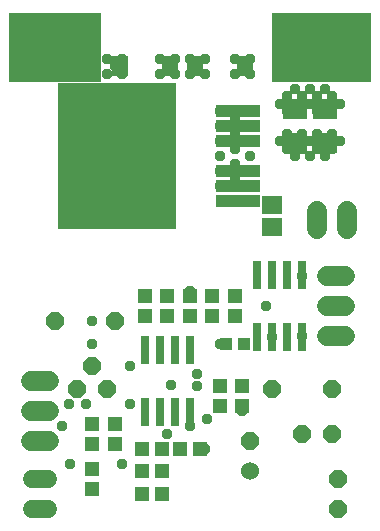
<source format=gbr>
G04 EAGLE Gerber RS-274X export*
G75*
%MOMM*%
%FSLAX34Y34*%
%LPD*%
%INSoldermask Top*%
%IPPOS*%
%AMOC8*
5,1,8,0,0,1.08239X$1,22.5*%
G01*
%ADD10P,1.649562X8X202.500000*%
%ADD11R,0.803200X2.403200*%
%ADD12P,1.649562X8X22.500000*%
%ADD13R,1.203200X1.303200*%
%ADD14R,1.303200X1.203200*%
%ADD15C,1.524000*%
%ADD16P,1.649562X8X112.500000*%
%ADD17C,1.524000*%
%ADD18P,1.649562X8X292.500000*%
%ADD19C,1.727200*%
%ADD20R,1.003200X1.003200*%
%ADD21R,1.803200X1.503200*%
%ADD22R,1.473200X1.673200*%
%ADD23R,2.006200X1.803200*%
%ADD24R,3.703200X1.003200*%
%ADD25R,9.953200X12.403200*%
%ADD26C,0.959600*%

G36*
X304820Y380242D02*
X304820Y380242D01*
X304839Y380240D01*
X304941Y380262D01*
X305043Y380279D01*
X305060Y380288D01*
X305080Y380292D01*
X305169Y380345D01*
X305260Y380394D01*
X305274Y380408D01*
X305291Y380418D01*
X305358Y380497D01*
X305430Y380572D01*
X305438Y380590D01*
X305451Y380605D01*
X305490Y380701D01*
X305533Y380795D01*
X305535Y380815D01*
X305543Y380833D01*
X305561Y381000D01*
X305561Y438150D01*
X305558Y438170D01*
X305560Y438189D01*
X305538Y438291D01*
X305522Y438393D01*
X305512Y438410D01*
X305508Y438430D01*
X305455Y438519D01*
X305406Y438610D01*
X305392Y438624D01*
X305382Y438641D01*
X305303Y438708D01*
X305228Y438780D01*
X305210Y438788D01*
X305195Y438801D01*
X305099Y438840D01*
X305005Y438883D01*
X304985Y438885D01*
X304967Y438893D01*
X304800Y438911D01*
X222250Y438911D01*
X222230Y438908D01*
X222211Y438910D01*
X222109Y438888D01*
X222007Y438872D01*
X221990Y438862D01*
X221970Y438858D01*
X221881Y438805D01*
X221790Y438756D01*
X221776Y438742D01*
X221759Y438732D01*
X221692Y438653D01*
X221621Y438578D01*
X221612Y438560D01*
X221599Y438545D01*
X221560Y438449D01*
X221517Y438355D01*
X221515Y438335D01*
X221507Y438317D01*
X221489Y438150D01*
X221489Y381000D01*
X221492Y380980D01*
X221490Y380961D01*
X221512Y380859D01*
X221529Y380757D01*
X221538Y380740D01*
X221542Y380720D01*
X221595Y380631D01*
X221644Y380540D01*
X221658Y380526D01*
X221668Y380509D01*
X221747Y380442D01*
X221822Y380371D01*
X221840Y380362D01*
X221855Y380349D01*
X221951Y380310D01*
X222045Y380267D01*
X222065Y380265D01*
X222083Y380257D01*
X222250Y380239D01*
X304800Y380239D01*
X304820Y380242D01*
G37*
G36*
X76220Y380242D02*
X76220Y380242D01*
X76239Y380240D01*
X76341Y380262D01*
X76443Y380279D01*
X76460Y380288D01*
X76480Y380292D01*
X76569Y380345D01*
X76660Y380394D01*
X76674Y380408D01*
X76691Y380418D01*
X76758Y380497D01*
X76830Y380572D01*
X76838Y380590D01*
X76851Y380605D01*
X76890Y380701D01*
X76933Y380795D01*
X76935Y380815D01*
X76943Y380833D01*
X76961Y381000D01*
X76961Y438150D01*
X76958Y438170D01*
X76960Y438189D01*
X76938Y438291D01*
X76922Y438393D01*
X76912Y438410D01*
X76908Y438430D01*
X76855Y438519D01*
X76806Y438610D01*
X76792Y438624D01*
X76782Y438641D01*
X76703Y438708D01*
X76628Y438780D01*
X76610Y438788D01*
X76595Y438801D01*
X76499Y438840D01*
X76405Y438883D01*
X76385Y438885D01*
X76367Y438893D01*
X76200Y438911D01*
X0Y438911D01*
X-20Y438908D01*
X-39Y438910D01*
X-141Y438888D01*
X-243Y438872D01*
X-260Y438862D01*
X-280Y438858D01*
X-369Y438805D01*
X-460Y438756D01*
X-474Y438742D01*
X-491Y438732D01*
X-558Y438653D01*
X-630Y438578D01*
X-638Y438560D01*
X-651Y438545D01*
X-690Y438449D01*
X-733Y438355D01*
X-735Y438335D01*
X-743Y438317D01*
X-761Y438150D01*
X-761Y381000D01*
X-758Y380980D01*
X-760Y380961D01*
X-738Y380859D01*
X-722Y380757D01*
X-712Y380740D01*
X-708Y380720D01*
X-655Y380631D01*
X-606Y380540D01*
X-592Y380526D01*
X-582Y380509D01*
X-503Y380442D01*
X-428Y380371D01*
X-410Y380362D01*
X-395Y380349D01*
X-299Y380310D01*
X-205Y380267D01*
X-185Y380265D01*
X-167Y380257D01*
X0Y380239D01*
X76200Y380239D01*
X76220Y380242D01*
G37*
D10*
X88900Y177800D03*
X38100Y177800D03*
D11*
X127000Y101000D03*
X127000Y153000D03*
X114300Y101000D03*
X139700Y101000D03*
X152400Y101000D03*
X114300Y153000D03*
X139700Y153000D03*
X152400Y153000D03*
D12*
X57150Y120650D03*
X69850Y139700D03*
X82550Y120650D03*
D13*
X129150Y50800D03*
X112150Y50800D03*
D14*
X190500Y182000D03*
X190500Y199000D03*
X114300Y199000D03*
X114300Y182000D03*
D13*
X129150Y69850D03*
X112150Y69850D03*
D14*
X177800Y122800D03*
X177800Y105800D03*
D13*
X143900Y69850D03*
X160900Y69850D03*
D14*
X69850Y52950D03*
X69850Y35950D03*
X69850Y74050D03*
X69850Y91050D03*
X88900Y74050D03*
X88900Y91050D03*
X152400Y199000D03*
X152400Y182000D03*
X171450Y182000D03*
X171450Y199000D03*
X133350Y182000D03*
X133350Y199000D03*
X196850Y105800D03*
X196850Y122800D03*
D15*
X32004Y19050D02*
X18796Y19050D01*
X18796Y44450D02*
X32004Y44450D01*
D16*
X203200Y76200D03*
D17*
X203200Y50800D03*
D13*
X112150Y31750D03*
X129150Y31750D03*
D18*
X277813Y44450D03*
X277813Y19050D03*
D19*
X33020Y76200D02*
X17780Y76200D01*
X17780Y101600D02*
X33020Y101600D01*
X33020Y127000D02*
X17780Y127000D01*
D20*
X183000Y158750D03*
X198000Y158750D03*
D11*
X222250Y164500D03*
X222250Y216500D03*
X209550Y164500D03*
X234950Y164500D03*
X247650Y164500D03*
X209550Y216500D03*
X234950Y216500D03*
X247650Y216500D03*
D21*
X222250Y257200D03*
X222250Y276200D03*
D22*
X135800Y393700D03*
X92800Y393700D03*
X199300Y393700D03*
X156300Y393700D03*
D12*
X222250Y120650D03*
X273050Y120650D03*
X247650Y82550D03*
X273050Y82550D03*
D23*
X241300Y328680D03*
X241300Y357120D03*
D24*
X193500Y279400D03*
X193500Y292100D03*
X193500Y304800D03*
X193500Y330200D03*
X193500Y342900D03*
X193500Y355600D03*
D25*
X90750Y317500D03*
D23*
X266700Y328680D03*
X266700Y357120D03*
D19*
X285750Y271140D02*
X285750Y255900D01*
X260350Y255900D02*
X260350Y271140D01*
X268600Y165100D02*
X283840Y165100D01*
X283840Y190500D02*
X268600Y190500D01*
X268600Y215900D02*
X283840Y215900D01*
D26*
X49812Y107950D03*
X64488Y107950D03*
X158750Y122894D03*
X167056Y94995D03*
X198069Y158750D03*
X216888Y190500D03*
X69850Y177800D03*
X165100Y69850D03*
X152400Y88900D03*
X101600Y139700D03*
X101600Y107950D03*
X69850Y158750D03*
X50800Y57150D03*
X95250Y57150D03*
X44450Y88900D03*
X177800Y158750D03*
X196850Y101600D03*
X152400Y203200D03*
X234950Y368300D03*
X247650Y368300D03*
X241300Y361950D03*
X234950Y355600D03*
X247650Y355600D03*
X260350Y355600D03*
X260350Y368300D03*
X273050Y368300D03*
X273050Y355600D03*
X266700Y361950D03*
X292100Y431800D03*
X266700Y431800D03*
X241300Y431800D03*
X241300Y419100D03*
X266700Y419100D03*
X292100Y419100D03*
X279400Y425450D03*
X254000Y425450D03*
X254000Y412750D03*
X279400Y412750D03*
X241300Y406400D03*
X266700Y406400D03*
X292100Y406400D03*
X279400Y400050D03*
X254000Y400050D03*
X241300Y393700D03*
X266700Y393700D03*
X292100Y393700D03*
X254000Y387350D03*
X279400Y387350D03*
X228600Y425450D03*
X228600Y412750D03*
X228600Y400050D03*
X228600Y387350D03*
X158750Y133350D03*
X136525Y123825D03*
X133350Y82550D03*
X228600Y361950D03*
X254000Y361950D03*
X241300Y374650D03*
X254000Y374650D03*
X266700Y374650D03*
X279400Y361950D03*
X247650Y165100D03*
X247650Y215900D03*
X127000Y400050D03*
X127000Y387350D03*
X139700Y400050D03*
X139700Y387350D03*
X152400Y400050D03*
X158750Y393700D03*
X165100Y400050D03*
X165100Y387350D03*
X152400Y387350D03*
X133350Y393700D03*
X50800Y368300D03*
X63500Y361950D03*
X76200Y368300D03*
X101600Y368300D03*
X127000Y368300D03*
X88900Y361950D03*
X114300Y361950D03*
X50800Y355600D03*
X76200Y355600D03*
X101600Y355600D03*
X127000Y355600D03*
X127000Y342900D03*
X101600Y342900D03*
X76200Y342900D03*
X50800Y342900D03*
X50800Y330200D03*
X50800Y317500D03*
X50800Y304800D03*
X50800Y292100D03*
X50800Y279400D03*
X50800Y266700D03*
X76200Y266700D03*
X76200Y279400D03*
X76200Y292100D03*
X76200Y304800D03*
X76200Y317500D03*
X76200Y330200D03*
X101600Y330200D03*
X101600Y317500D03*
X101600Y304800D03*
X101600Y292100D03*
X101600Y279400D03*
X101600Y266700D03*
X127000Y266700D03*
X127000Y279400D03*
X127000Y292100D03*
X127000Y304800D03*
X127000Y317500D03*
X127000Y330200D03*
X114300Y349250D03*
X114300Y336550D03*
X114300Y323850D03*
X114300Y311150D03*
X114300Y298450D03*
X114300Y285750D03*
X114300Y273050D03*
X88900Y273050D03*
X88900Y285750D03*
X88900Y298450D03*
X88900Y311150D03*
X88900Y323850D03*
X88900Y336550D03*
X88900Y349250D03*
X63500Y349250D03*
X63500Y336550D03*
X63500Y323850D03*
X63500Y311150D03*
X63500Y298450D03*
X63500Y285750D03*
X63500Y273050D03*
X82550Y400050D03*
X88900Y393700D03*
X95250Y400050D03*
X95250Y387350D03*
X82550Y387350D03*
X6350Y431800D03*
X31750Y431800D03*
X31750Y431800D03*
X57150Y431800D03*
X69850Y425450D03*
X44450Y425450D03*
X19050Y425450D03*
X57150Y419100D03*
X31750Y419100D03*
X6350Y419100D03*
X19050Y412750D03*
X44450Y412750D03*
X69850Y412750D03*
X6350Y406400D03*
X31750Y406400D03*
X57150Y406400D03*
X19050Y400050D03*
X44450Y400050D03*
X69850Y400050D03*
X6350Y393700D03*
X31750Y393700D03*
X57150Y393700D03*
X69850Y387350D03*
X44450Y387350D03*
X19050Y387350D03*
X177800Y355600D03*
X203200Y355600D03*
X177800Y342900D03*
X177800Y330200D03*
X177800Y317500D03*
X177800Y304800D03*
X177800Y292100D03*
X203200Y292100D03*
X203200Y304800D03*
X203200Y317500D03*
X203200Y330200D03*
X203200Y342900D03*
X190500Y349250D03*
X190500Y336550D03*
X190500Y323850D03*
X190500Y311150D03*
X190500Y298450D03*
X241300Y330200D03*
X234950Y336550D03*
X247650Y336550D03*
X234950Y323850D03*
X247650Y323850D03*
X266700Y330200D03*
X260350Y336550D03*
X273050Y336550D03*
X273050Y323850D03*
X260350Y323850D03*
X190500Y387350D03*
X190500Y400050D03*
X196850Y393700D03*
X203200Y400050D03*
X203200Y387350D03*
X241300Y317500D03*
X254000Y330200D03*
X228600Y330200D03*
X254000Y317500D03*
X266700Y317500D03*
X279400Y330200D03*
X222250Y164500D03*
M02*

</source>
